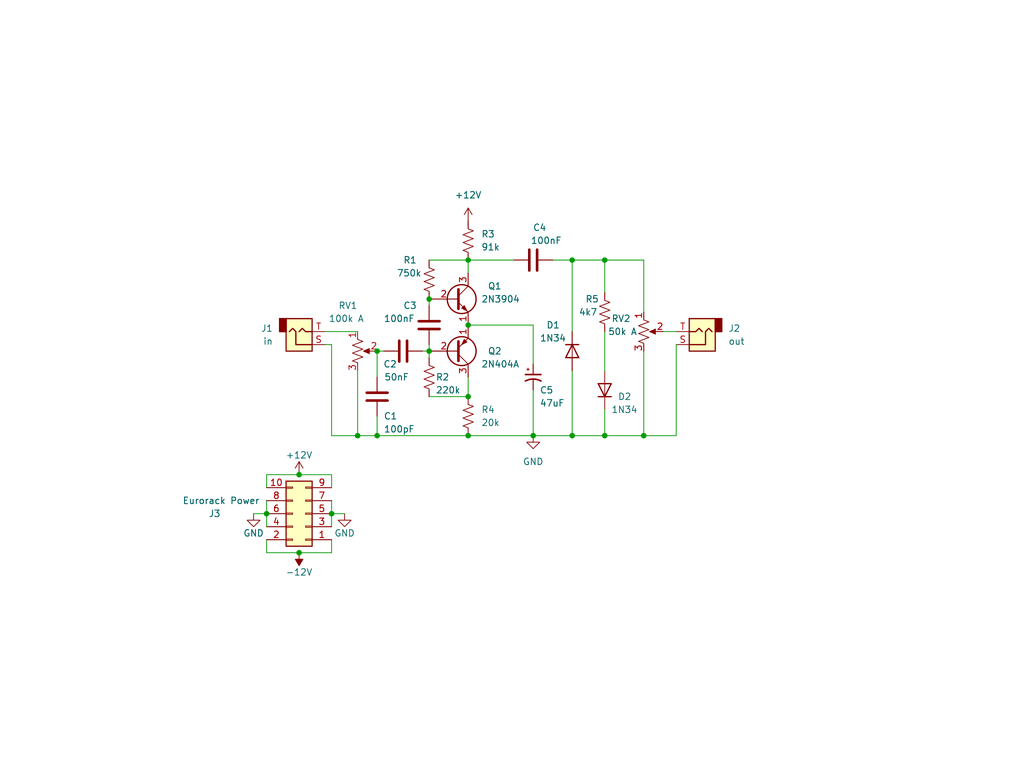
<source format=kicad_sch>
(kicad_sch (version 20211123) (generator eeschema)
  (paper "User" 200 150.393)
  (lib_symbols
    (symbol "Connector:AudioJack2"
      (property "Reference" "J" (at 0 8.89 0))
      (property "Value" "AudioJack2" (at 0 6.35 0))
      (symbol "AudioJack2_0_1"
        (rectangle (start -3.81 0) (end -2.54 -2.54) (stroke (width 0.254)) (fill (type outline)))
        (rectangle (start -2.54 3.81) (end 2.54 -2.54) (stroke (width 0.254)) (fill (type background)))
        (polyline (pts (xy 0 0) (xy 0.635 -0.635) (xy 1.27 0) (xy 2.54 0)) (stroke (width 0.254)))
        (polyline (pts (xy 2.54 2.54) (xy -0.635 2.54) (xy -0.635 0) (xy -1.27 -0.635) (xy -1.905 0)) (stroke (width 0.254)))
      )
      (symbol "AudioJack2_1_1"
        (pin passive line (at 5.08 2.54 180) (length 2.54) (name "~") (number "S"))
        (pin passive line (at 5.08 0 180) (length 2.54) (name "~") (number "T"))
      )
    )
    (symbol "Connector_Generic:Conn_02x05_Odd_Even" (pin_names (offset 1.016) hide)
      (property "Reference" "J" (at 1.27 7.62 0))
      (property "Value" "Conn_02x05_Odd_Even" (at 1.27 -7.62 0))
      (symbol "Conn_02x05_Odd_Even_1_1"
        (rectangle (start -1.27 -4.953) (end 0 -5.207) (stroke (width 0.1524)))
        (rectangle (start -1.27 -2.413) (end 0 -2.667) (stroke (width 0.1524)))
        (rectangle (start -1.27 0.127) (end 0 -0.127) (stroke (width 0.1524)))
        (rectangle (start -1.27 2.667) (end 0 2.413) (stroke (width 0.1524)))
        (rectangle (start -1.27 5.207) (end 0 4.953) (stroke (width 0.1524)))
        (rectangle (start -1.27 6.35) (end 3.81 -6.35) (stroke (width 0.254)) (fill (type background)))
        (rectangle (start 3.81 -4.953) (end 2.54 -5.207) (stroke (width 0.1524)))
        (rectangle (start 3.81 -2.413) (end 2.54 -2.667) (stroke (width 0.1524)))
        (rectangle (start 3.81 0.127) (end 2.54 -0.127) (stroke (width 0.1524)))
        (rectangle (start 3.81 2.667) (end 2.54 2.413) (stroke (width 0.1524)))
        (rectangle (start 3.81 5.207) (end 2.54 4.953) (stroke (width 0.1524)))
        (pin passive line (at -5.08 5.08 0) (length 3.81) (name "Pin_1") (number "1"))
        (pin passive line (at 7.62 -5.08 180) (length 3.81) (name "Pin_10") (number "10"))
        (pin passive line (at 7.62 5.08 180) (length 3.81) (name "Pin_2") (number "2"))
        (pin passive line (at -5.08 2.54 0) (length 3.81) (name "Pin_3") (number "3"))
        (pin passive line (at 7.62 2.54 180) (length 3.81) (name "Pin_4") (number "4"))
        (pin passive line (at -5.08 0 0) (length 3.81) (name "Pin_5") (number "5"))
        (pin passive line (at 7.62 0 180) (length 3.81) (name "Pin_6") (number "6"))
        (pin passive line (at -5.08 -2.54 0) (length 3.81) (name "Pin_7") (number "7"))
        (pin passive line (at 7.62 -2.54 180) (length 3.81) (name "Pin_8") (number "8"))
        (pin passive line (at -5.08 -5.08 0) (length 3.81) (name "Pin_9") (number "9"))
      )
    )
    (symbol "Device:C" (pin_numbers hide) (pin_names (offset 0.254))
      (property "Reference" "C" (at 0.635 2.54 0))
      (property "Value" "C" (at 0.635 -2.54 0))
      (symbol "C_0_1"
        (polyline (pts (xy -2.032 -0.762) (xy 2.032 -0.762)) (stroke (width 0.508)))
        (polyline (pts (xy -2.032 0.762) (xy 2.032 0.762)) (stroke (width 0.508)))
      )
      (symbol "C_1_1"
        (pin passive line (at 0 3.81 270) (length 2.794) (name "~") (number "1"))
        (pin passive line (at 0 -3.81 90) (length 2.794) (name "~") (number "2"))
      )
    )
    (symbol "Device:C_Polarized_Small_US" (pin_numbers hide) (pin_names (offset 0.254) hide)
      (property "Reference" "C" (at 0.254 1.778 0))
      (property "Value" "C_Polarized_Small_US" (at 0.254 -2.032 0))
      (symbol "C_Polarized_Small_US_0_1"
        (polyline (pts (xy -1.524 0.508) (xy 1.524 0.508)) (stroke (width 0.3048)))
        (polyline (pts (xy -1.27 1.524) (xy -0.762 1.524)))
        (polyline (pts (xy -1.016 1.27) (xy -1.016 1.778)))
        (arc (start 1.524 -0.762) (mid 0 -0.3734) (end -1.524 -0.762) (stroke (width 0.3048)))
      )
      (symbol "C_Polarized_Small_US_1_1"
        (pin passive line (at 0 2.54 270) (length 2.032) (name "~") (number "1"))
        (pin passive line (at 0 -2.54 90) (length 2.032) (name "~") (number "2"))
      )
    )
    (symbol "Device:D" (pin_numbers hide) (pin_names (offset 1.016) hide)
      (property "Reference" "D" (at 0 2.54 0))
      (property "Value" "D" (at 0 -2.54 0))
      (symbol "D_0_1"
        (polyline (pts (xy -1.27 1.27) (xy -1.27 -1.27)) (stroke (width 0.254)))
        (polyline (pts (xy 1.27 0) (xy -1.27 0)))
        (polyline (pts (xy 1.27 1.27) (xy 1.27 -1.27) (xy -1.27 0) (xy 1.27 1.27)) (stroke (width 0.254)))
      )
      (symbol "D_1_1"
        (pin passive line (at -3.81 0 0) (length 2.54) (name "K") (number "1"))
        (pin passive line (at 3.81 0 180) (length 2.54) (name "A") (number "2"))
      )
    )
    (symbol "Device:Q_PNP_EBC" (pin_names (offset 0) hide)
      (property "Reference" "Q" (at 5.08 1.27 0))
      (property "Value" "Q_PNP_EBC" (at 5.08 -1.27 0))
      (symbol "Q_PNP_EBC_0_1"
        (polyline (pts (xy 0.635 0.635) (xy 2.54 2.54)))
        (polyline (pts (xy 0.635 -0.635) (xy 2.54 -2.54) (xy 2.54 -2.54)))
        (polyline (pts (xy 0.635 1.905) (xy 0.635 -1.905) (xy 0.635 -1.905)) (stroke (width 0.508)))
        (polyline (pts (xy 2.286 -1.778) (xy 1.778 -2.286) (xy 1.27 -1.27) (xy 2.286 -1.778) (xy 2.286 -1.778)) (fill (type outline)))
        (circle (center 1.27 0) (radius 2.8194) (stroke (width 0.254)))
      )
      (symbol "Q_PNP_EBC_1_1"
        (pin passive line (at 2.54 -5.08 90) (length 2.54) (name "E") (number "1"))
        (pin input line (at -5.08 0 0) (length 5.715) (name "B") (number "2"))
        (pin passive line (at 2.54 5.08 270) (length 2.54) (name "C") (number "3"))
      )
    )
    (symbol "Device:R_Potentiometer_US" (pin_names (offset 1.016) hide)
      (property "Reference" "RV" (at -4.445 0 90))
      (property "Value" "R_Potentiometer_US" (at -2.54 0 90))
      (symbol "R_Potentiometer_US_0_1"
        (polyline (pts (xy 0 -2.286) (xy 0 -2.54)))
        (polyline (pts (xy 0 2.54) (xy 0 2.286)))
        (polyline (pts (xy 2.54 0) (xy 1.524 0)))
        (polyline (pts (xy 1.143 0) (xy 2.286 0.508) (xy 2.286 -0.508) (xy 1.143 0)) (fill (type outline)))
        (polyline (pts (xy 0 -0.762) (xy 1.016 -1.143) (xy 0 -1.524) (xy -1.016 -1.905) (xy 0 -2.286)))
        (polyline (pts (xy 0 0.762) (xy 1.016 0.381) (xy 0 0) (xy -1.016 -0.381) (xy 0 -0.762)))
        (polyline (pts (xy 0 2.286) (xy 1.016 1.905) (xy 0 1.524) (xy -1.016 1.143) (xy 0 0.762)))
      )
      (symbol "R_Potentiometer_US_1_1"
        (pin passive line (at 0 3.81 270) (length 1.27) (name "1") (number "1"))
        (pin passive line (at 3.81 0 180) (length 1.27) (name "2") (number "2"))
        (pin passive line (at 0 -3.81 90) (length 1.27) (name "3") (number "3"))
      )
    )
    (symbol "Device:R_US" (pin_numbers hide) (pin_names (offset 0))
      (property "Reference" "R" (at 2.54 0 90))
      (property "Value" "R_US" (at -2.54 0 90))
      (symbol "R_US_0_1"
        (polyline (pts (xy 0 -2.286) (xy 0 -2.54)))
        (polyline (pts (xy 0 2.286) (xy 0 2.54)))
        (polyline (pts (xy 0 -0.762) (xy 1.016 -1.143) (xy 0 -1.524) (xy -1.016 -1.905) (xy 0 -2.286)))
        (polyline (pts (xy 0 0.762) (xy 1.016 0.381) (xy 0 0) (xy -1.016 -0.381) (xy 0 -0.762)))
        (polyline (pts (xy 0 2.286) (xy 1.016 1.905) (xy 0 1.524) (xy -1.016 1.143) (xy 0 0.762)))
      )
      (symbol "R_US_1_1"
        (pin passive line (at 0 3.81 270) (length 1.27) (name "~") (number "1"))
        (pin passive line (at 0 -3.81 90) (length 1.27) (name "~") (number "2"))
      )
    )
    (symbol "Transistor_BJT:2N2219" (pin_names (offset 0) hide)
      (property "Reference" "Q" (at 5.08 1.905 0))
      (property "Value" "2N2219" (at 5.08 0 0))
      (symbol "2N2219_0_1"
        (polyline (pts (xy 0.635 0.635) (xy 2.54 2.54)))
        (polyline (pts (xy 0.635 -0.635) (xy 2.54 -2.54) (xy 2.54 -2.54)))
        (polyline (pts (xy 0.635 1.905) (xy 0.635 -1.905) (xy 0.635 -1.905)) (stroke (width 0.508)))
        (polyline (pts (xy 1.27 -1.778) (xy 1.778 -1.27) (xy 2.286 -2.286) (xy 1.27 -1.778) (xy 1.27 -1.778)) (fill (type outline)))
        (circle (center 1.27 0) (radius 2.8194) (stroke (width 0.254)))
      )
      (symbol "2N2219_1_1"
        (pin passive line (at 2.54 -5.08 90) (length 2.54) (name "E") (number "1"))
        (pin passive line (at -5.08 0 0) (length 5.715) (name "B") (number "2"))
        (pin passive line (at 2.54 5.08 270) (length 2.54) (name "C") (number "3"))
      )
    )
    (symbol "power:+12V" (power) (pin_names (offset 0))
      (property "Value" "+12V" (at 0 3.556 0))
      (symbol "+12V_0_1"
        (polyline (pts (xy -0.762 1.27) (xy 0 2.54)))
        (polyline (pts (xy 0 0) (xy 0 2.54)))
        (polyline (pts (xy 0 2.54) (xy 0.762 1.27)))
      )
      (symbol "+12V_1_1"
        (pin power_in line (at 0 0 90) (length 0) hide (name "+12V") (number "1"))
      )
    )
    (symbol "power:-12V" (power) (pin_names (offset 0))
      (property "Value" "-12V" (at 0 3.81 0))
      (symbol "-12V_0_0"
        (pin power_in line (at 0 0 90) (length 0) hide (name "-12V") (number "1"))
      )
      (symbol "-12V_0_1"
        (polyline (pts (xy 0 0) (xy 0 1.27) (xy 0.762 1.27) (xy 0 2.54) (xy -0.762 1.27) (xy 0 1.27)) (fill (type outline)))
      )
    )
    (symbol "power:GND" (power) (pin_names (offset 0))
      (property "Value" "GND" (at 0 -3.81 0))
      (symbol "GND_0_1"
        (polyline (pts (xy 0 0) (xy 0 -1.27) (xy 1.27 -1.27) (xy 0 -2.54) (xy -1.27 -1.27) (xy 0 -1.27)))
      )
      (symbol "GND_1_1"
        (pin power_in line (at 0 0 270) (length 0) hide (name "GND") (number "1"))
      )
    )
  )
  (junction (at 91.44 85.09))
  (junction (at 91.44 77.47))
  (junction (at 58.42 107.95))
  (junction (at 58.42 92.71))
  (junction (at 73.66 68.58))
  (junction (at 83.82 58.42))
  (junction (at 73.66 85.09))
  (junction (at 111.76 50.8))
  (junction (at 118.11 85.09))
  (junction (at 83.82 68.58))
  (junction (at 111.76 85.09))
  (junction (at 104.14 85.09))
  (junction (at 69.85 85.09))
  (junction (at 125.73 85.09))
  (junction (at 64.77 100.33))
  (junction (at 91.44 50.8))
  (junction (at 52.07 100.33))
  (junction (at 118.11 50.8))
  (junction (at 91.44 63.5))
  (wire (pts (xy 82.55 68.58) (xy 83.82 68.58)))
  (wire (pts (xy 83.82 67.31) (xy 83.82 68.58)))
  (wire (pts (xy 52.07 97.79) (xy 52.07 100.33)))
  (wire (pts (xy 125.73 50.8) (xy 125.73 60.96)))
  (wire (pts (xy 73.66 73.66) (xy 73.66 68.58)))
  (wire (pts (xy 64.77 100.33) (xy 64.77 102.87)))
  (wire (pts (xy 125.73 85.09) (xy 118.11 85.09)))
  (wire (pts (xy 125.73 68.58) (xy 125.73 85.09)))
  (wire (pts (xy 125.73 50.8) (xy 118.11 50.8)))
  (wire (pts (xy 52.07 105.41) (xy 52.07 107.95)))
  (wire (pts (xy 91.44 50.8) (xy 100.33 50.8)))
  (wire (pts (xy 107.95 50.8) (xy 111.76 50.8)))
  (wire (pts (xy 52.07 100.33) (xy 52.07 102.87)))
  (wire (pts (xy 73.66 81.28) (xy 73.66 85.09)))
  (wire (pts (xy 91.44 85.09) (xy 104.14 85.09)))
  (wire (pts (xy 73.66 85.09) (xy 91.44 85.09)))
  (wire (pts (xy 83.82 77.47) (xy 91.44 77.47)))
  (wire (pts (xy 69.85 64.77) (xy 63.5 64.77)))
  (wire (pts (xy 58.42 92.71) (xy 64.77 92.71)))
  (wire (pts (xy 91.44 73.66) (xy 91.44 77.47)))
  (wire (pts (xy 83.82 59.69) (xy 83.82 58.42)))
  (wire (pts (xy 104.14 63.5) (xy 104.14 71.12)))
  (wire (pts (xy 64.77 107.95) (xy 64.77 105.41)))
  (wire (pts (xy 69.85 85.09) (xy 73.66 85.09)))
  (wire (pts (xy 132.08 64.77) (xy 129.54 64.77)))
  (wire (pts (xy 111.76 64.77) (xy 111.76 50.8)))
  (wire (pts (xy 111.76 50.8) (xy 118.11 50.8)))
  (wire (pts (xy 83.82 50.8) (xy 91.44 50.8)))
  (wire (pts (xy 74.93 68.58) (xy 73.66 68.58)))
  (wire (pts (xy 118.11 72.39) (xy 118.11 64.77)))
  (wire (pts (xy 132.08 85.09) (xy 125.73 85.09)))
  (wire (pts (xy 69.85 85.09) (xy 69.85 72.39)))
  (wire (pts (xy 64.77 67.31) (xy 64.77 85.09)))
  (wire (pts (xy 118.11 85.09) (xy 111.76 85.09)))
  (wire (pts (xy 52.07 95.25) (xy 52.07 92.71)))
  (wire (pts (xy 52.07 92.71) (xy 58.42 92.71)))
  (wire (pts (xy 67.31 100.33) (xy 64.77 100.33)))
  (wire (pts (xy 52.07 100.33) (xy 49.53 100.33)))
  (wire (pts (xy 118.11 57.15) (xy 118.11 50.8)))
  (wire (pts (xy 64.77 67.31) (xy 63.5 67.31)))
  (wire (pts (xy 64.77 97.79) (xy 64.77 100.33)))
  (wire (pts (xy 104.14 76.2) (xy 104.14 85.09)))
  (wire (pts (xy 52.07 107.95) (xy 58.42 107.95)))
  (wire (pts (xy 118.11 80.01) (xy 118.11 85.09)))
  (wire (pts (xy 64.77 92.71) (xy 64.77 95.25)))
  (wire (pts (xy 132.08 67.31) (xy 132.08 85.09)))
  (wire (pts (xy 91.44 63.5) (xy 104.14 63.5)))
  (wire (pts (xy 111.76 85.09) (xy 111.76 72.39)))
  (wire (pts (xy 83.82 68.58) (xy 83.82 69.85)))
  (wire (pts (xy 104.14 85.09) (xy 111.76 85.09)))
  (wire (pts (xy 64.77 85.09) (xy 69.85 85.09)))
  (wire (pts (xy 58.42 107.95) (xy 64.77 107.95)))
  (wire (pts (xy 91.44 50.8) (xy 91.44 53.34)))
  (symbol (lib_id "Device:Q_PNP_EBC") (at 88.9 68.58 0) (mirror x) (unit 1)
    (property "Reference" "Q2" (at 95.25 68.58 0) (effects (justify left)))
    (property "Value" "2N404A" (at 93.98 71.12 0) (effects (justify left)))
    (property "Footprint" "Package_TO_SOT_THT:TO-5-3" (effects hide))
  )
  (symbol (lib_id "Device:C") (at 83.82 63.5 0) (unit 1)
    (property "Reference" "C3" (at 78.74 59.69 0) (effects (justify left)))
    (property "Value" "100nF" (at 74.93 62.23 0) (effects (justify left)))
    (property "Footprint" "Capacitor_THT:C_Disc_D5.0mm_W2.5mm_P2.50mm" (effects hide))
  )
  (symbol (lib_id "power:+12V") (at 91.44 43.18 0) (unit 1)
    (property "Reference" "#PWR0105" (effects hide))
    (property "Value" "+12V" (at 91.44 38.1 0))
  )
  (symbol (lib_id "Connector_Generic:Conn_02x05_Odd_Even") (at 59.69 100.33 180) (unit 1)
    (property "Reference" "J3" (at 41.91 100.33 0))
    (property "Value" "Eurorack Power" (at 43.18 97.79 0))
    (property "Footprint" "Connector_PinHeader_2.54mm:PinHeader_2x05_P2.54mm_Vertical" (effects hide))
  )
  (symbol (lib_id "Transistor_BJT:2N2219") (at 88.9 58.42 0) (unit 1)
    (property "Reference" "Q1" (at 95.25 55.88 0) (effects (justify left)))
    (property "Value" "2N3904" (at 93.98 58.42 0) (effects (justify left)))
    (property "Footprint" "Package_TO_SOT_THT:TO-92" (effects hide))
    (property "Datasheet" "http://www.onsemi.com/pub_link/Collateral/2N2219-D.PDF" (effects hide))
  )
  (symbol (lib_id "Device:R_US") (at 83.82 73.66 0) (unit 1)
    (property "Reference" "R2" (at 85.09 73.66 0) (effects (justify left)))
    (property "Value" "220k" (at 85.09 76.2 0) (effects (justify left)))
    (property "Footprint" "Resistor_THT:R_Axial_DIN0207_L6.3mm_D2.5mm_P2.54mm_Vertical" (effects hide))
  )
  (symbol (lib_id "power:-12V") (at 58.42 107.95 180) (unit 1)
    (property "Reference" "#PWR0103" (effects hide))
    (property "Value" "-12V" (at 58.42 111.76 0))
  )
  (symbol (lib_id "Device:C") (at 78.74 68.58 270) (unit 1)
    (property "Reference" "C2" (at 76.2 71.12 90))
    (property "Value" "50nF" (at 77.47 73.66 90))
    (property "Footprint" "Capacitor_THT:C_Disc_D5.0mm_W2.5mm_P2.50mm" (effects hide))
  )
  (symbol (lib_id "Device:D") (at 118.11 76.2 90) (unit 1)
    (property "Reference" "D2" (at 120.65 77.47 90) (effects (justify right)))
    (property "Value" "1N34" (at 119.38 80.01 90) (effects (justify right)))
    (property "Footprint" "Diode_THT:D_A-405_P7.62mm_Horizontal" (effects hide))
  )
  (symbol (lib_id "power:GND") (at 104.14 85.09 0) (unit 1)
    (property "Reference" "#PWR02" (effects hide))
    (property "Value" "GND" (at 104.14 90.17 0))
  )
  (symbol (lib_id "power:GND") (at 67.31 100.33 0) (unit 1)
    (property "Reference" "#PWR0104" (effects hide))
    (property "Value" "GND" (at 67.31 104.14 0))
  )
  (symbol (lib_id "Device:R_US") (at 91.44 81.28 0) (unit 1)
    (property "Reference" "R4" (at 93.98 80.0099 0) (effects (justify left)))
    (property "Value" "20k" (at 93.98 82.5499 0) (effects (justify left)))
    (property "Footprint" "Resistor_THT:R_Axial_DIN0207_L6.3mm_D2.5mm_P2.54mm_Vertical" (effects hide))
  )
  (symbol (lib_id "Device:R_US") (at 83.82 54.61 0) (unit 1)
    (property "Reference" "R1" (at 78.74 50.8 0) (effects (justify left)))
    (property "Value" "750k" (at 77.47 53.34 0) (effects (justify left)))
    (property "Footprint" "Resistor_THT:R_Axial_DIN0207_L6.3mm_D2.5mm_P2.54mm_Vertical" (effects hide))
  )
  (symbol (lib_id "Connector:AudioJack2") (at 58.42 64.77 0) (mirror x) (unit 1)
    (property "Reference" "J1" (at 53.34 64.1349 0) (effects (justify right)))
    (property "Value" "in" (at 53.34 66.6749 0) (effects (justify right)))
    (property "Footprint" "Connector_Audio:Jack_3.5mm_QingPu_WQP-PJ398SM_Vertical_CircularHoles" (effects hide))
  )
  (symbol (lib_id "Device:C_Polarized_Small_US") (at 104.14 73.66 0) (unit 1)
    (property "Reference" "C5" (at 105.41 76.2 0) (effects (justify left)))
    (property "Value" "47uF" (at 105.41 78.74 0) (effects (justify left)))
    (property "Footprint" "Capacitor_THT:CP_Radial_D5.0mm_P2.50mm" (effects hide))
  )
  (symbol (lib_id "power:GND") (at 49.53 100.33 0) (unit 1)
    (property "Reference" "#PWR0102" (effects hide))
    (property "Value" "GND" (at 49.53 104.14 0))
  )
  (symbol (lib_id "Device:R_Potentiometer_US") (at 69.85 68.58 0) (unit 1)
    (property "Reference" "RV1" (at 69.85 59.69 0) (effects (justify right)))
    (property "Value" "100k A" (at 71.12 62.2299 0) (effects (justify right)))
    (property "Footprint" "Potentiometer_THT:Potentiometer_Bourns_PTA4543_Single_Slide" (effects hide))
  )
  (symbol (lib_id "Connector:AudioJack2") (at 137.16 64.77 180) (unit 1)
    (property "Reference" "J2" (at 142.24 64.1349 0) (effects (justify right)))
    (property "Value" "out" (at 142.24 66.6749 0) (effects (justify right)))
    (property "Footprint" "Connector_Audio:Jack_3.5mm_QingPu_WQP-PJ398SM_Vertical_CircularHoles" (effects hide))
  )
  (symbol (lib_id "Device:D") (at 111.76 68.58 270) (unit 1)
    (property "Reference" "D1" (at 106.68 63.5 90) (effects (justify left)))
    (property "Value" "1N34" (at 105.41 66.04 90) (effects (justify left)))
    (property "Footprint" "Diode_THT:D_A-405_P7.62mm_Horizontal" (effects hide))
  )
  (symbol (lib_id "Device:R_US") (at 118.11 60.96 0) (unit 1)
    (property "Reference" "R5" (at 114.3 58.42 0) (effects (justify left)))
    (property "Value" "4k7" (at 113.03 60.96 0) (effects (justify left)))
    (property "Footprint" "Resistor_THT:R_Axial_DIN0207_L6.3mm_D2.5mm_P2.54mm_Vertical" (effects hide))
  )
  (symbol (lib_id "Device:C") (at 104.14 50.8 270) (unit 1)
    (property "Reference" "C4" (at 105.41 44.45 90))
    (property "Value" "100nF" (at 106.68 46.99 90))
    (property "Footprint" "Capacitor_THT:C_Disc_D5.0mm_W2.5mm_P2.50mm" (effects hide))
  )
  (symbol (lib_id "power:+12V") (at 58.42 92.71 0) (unit 1)
    (property "Reference" "#PWR0101" (effects hide))
    (property "Value" "+12V" (at 58.42 88.9 0))
  )
  (symbol (lib_id "Device:R_US") (at 91.44 46.99 0) (unit 1)
    (property "Reference" "R3" (at 93.98 45.7199 0) (effects (justify left)))
    (property "Value" "91k" (at 93.98 48.2599 0) (effects (justify left)))
    (property "Footprint" "Resistor_THT:R_Axial_DIN0207_L6.3mm_D2.5mm_P2.54mm_Vertical" (effects hide))
  )
  (symbol (lib_id "Device:C") (at 73.66 77.47 0) (unit 1)
    (property "Reference" "C1" (at 74.93 81.28 0) (effects (justify left)))
    (property "Value" "100pF" (at 74.93 83.82 0) (effects (justify left)))
    (property "Footprint" "Capacitor_THT:C_Disc_D5.0mm_W2.5mm_P2.50mm" (effects hide))
  )
  (symbol (lib_id "Device:R_Potentiometer_US") (at 125.73 64.77 0) (unit 1)
    (property "Reference" "RV2" (at 123.19 62.23 0) (effects (justify right)))
    (property "Value" "50k A" (at 124.46 64.77 0) (effects (justify right)))
    (property "Footprint" "Potentiometer_THT:Potentiometer_Bourns_PTA4543_Single_Slide" (effects hide))
  )
)
</source>
